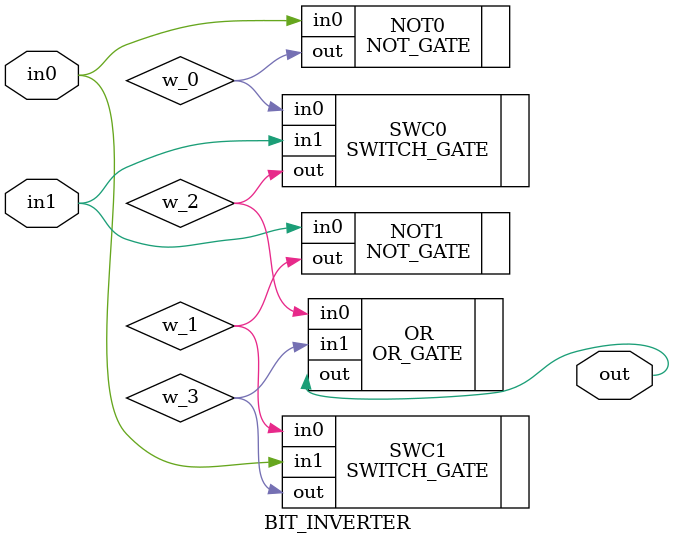
<source format=v>
module BIT_INVERTER(
     input wire       in0,
     input wire       in1,
     output wire       out
);

    NOT_GATE NOT0(
        .in0     (in0    ),
        .out    (w_0    )
    );
    NOT_GATE NOT1(
        .in0     (in1    ),
        .out    (w_1    )
    );

    SWITCH_GATE SWC0(
        .in0    (w_0    ),
        .in1    (in1    ),
        .out    (w_2    )
    );

    SWITCH_GATE SWC1(
        .in0    (w_1    ),
        .in1    (in0    ),
        .out    (w_3    )
    );
    OR_GATE OR(
        .in0    (w_2    ),
        .in1    (w_3    ),
        .out    (out    )
    );
endmodule

</source>
